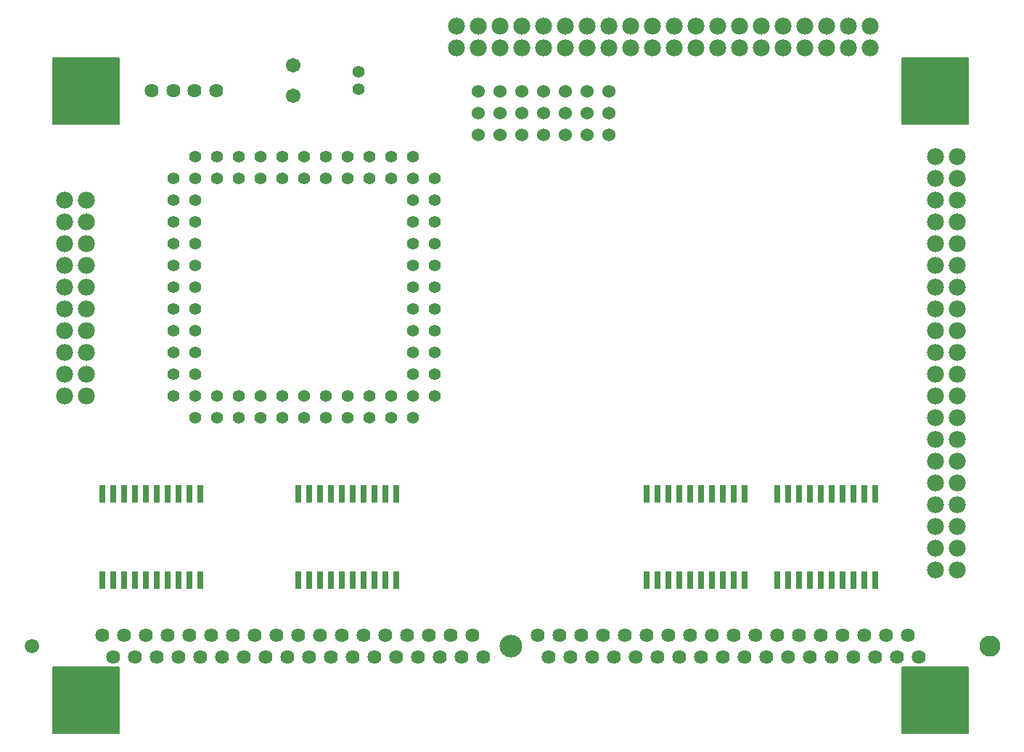
<source format=gbr>
G04 EAGLE Gerber RS-274X export*
G75*
%MOMM*%
%FSLAX34Y34*%
%LPD*%
%INSoldermask Top*%
%IPPOS*%
%AMOC8*
5,1,8,0,0,1.08239X$1,22.5*%
G01*
%ADD10C,1.981200*%
%ADD11C,1.701800*%
%ADD12C,1.625600*%
%ADD13C,2.463800*%
%ADD14C,1.676400*%
%ADD15C,2.641600*%
%ADD16C,1.422400*%
%ADD17R,0.762000X2.133600*%
%ADD18C,1.524000*%
%ADD19C,4.117600*%

G36*
X1066918Y633746D02*
X1066918Y633746D01*
X1067037Y633753D01*
X1067075Y633766D01*
X1067116Y633771D01*
X1067226Y633814D01*
X1067339Y633851D01*
X1067374Y633873D01*
X1067411Y633888D01*
X1067507Y633958D01*
X1067608Y634021D01*
X1067636Y634051D01*
X1067669Y634074D01*
X1067745Y634166D01*
X1067826Y634253D01*
X1067846Y634288D01*
X1067871Y634319D01*
X1067922Y634427D01*
X1067980Y634531D01*
X1067990Y634571D01*
X1068007Y634607D01*
X1068029Y634724D01*
X1068059Y634839D01*
X1068063Y634900D01*
X1068067Y634920D01*
X1068065Y634940D01*
X1068069Y635000D01*
X1068069Y711200D01*
X1068054Y711318D01*
X1068047Y711437D01*
X1068034Y711475D01*
X1068029Y711516D01*
X1067986Y711626D01*
X1067949Y711739D01*
X1067927Y711774D01*
X1067912Y711811D01*
X1067843Y711907D01*
X1067779Y712008D01*
X1067749Y712036D01*
X1067726Y712069D01*
X1067634Y712145D01*
X1067547Y712226D01*
X1067512Y712246D01*
X1067481Y712271D01*
X1067373Y712322D01*
X1067269Y712380D01*
X1067229Y712390D01*
X1067193Y712407D01*
X1067076Y712429D01*
X1066961Y712459D01*
X1066901Y712463D01*
X1066881Y712467D01*
X1066860Y712465D01*
X1066800Y712469D01*
X990600Y712469D01*
X990482Y712454D01*
X990363Y712447D01*
X990325Y712434D01*
X990284Y712429D01*
X990174Y712386D01*
X990061Y712349D01*
X990026Y712327D01*
X989989Y712312D01*
X989893Y712243D01*
X989792Y712179D01*
X989764Y712149D01*
X989731Y712126D01*
X989656Y712034D01*
X989574Y711947D01*
X989554Y711912D01*
X989529Y711881D01*
X989478Y711773D01*
X989420Y711669D01*
X989410Y711629D01*
X989393Y711593D01*
X989371Y711476D01*
X989341Y711361D01*
X989337Y711301D01*
X989333Y711281D01*
X989335Y711260D01*
X989331Y711200D01*
X989331Y635000D01*
X989346Y634882D01*
X989353Y634763D01*
X989366Y634725D01*
X989371Y634684D01*
X989414Y634574D01*
X989451Y634461D01*
X989473Y634426D01*
X989488Y634389D01*
X989558Y634293D01*
X989621Y634192D01*
X989651Y634164D01*
X989674Y634131D01*
X989766Y634056D01*
X989853Y633974D01*
X989888Y633954D01*
X989919Y633929D01*
X990027Y633878D01*
X990131Y633820D01*
X990171Y633810D01*
X990207Y633793D01*
X990324Y633771D01*
X990439Y633741D01*
X990500Y633737D01*
X990520Y633733D01*
X990540Y633735D01*
X990600Y633731D01*
X1066800Y633731D01*
X1066918Y633746D01*
G37*
G36*
X76318Y633746D02*
X76318Y633746D01*
X76437Y633753D01*
X76475Y633766D01*
X76516Y633771D01*
X76626Y633814D01*
X76739Y633851D01*
X76774Y633873D01*
X76811Y633888D01*
X76907Y633958D01*
X77008Y634021D01*
X77036Y634051D01*
X77069Y634074D01*
X77145Y634166D01*
X77226Y634253D01*
X77246Y634288D01*
X77271Y634319D01*
X77322Y634427D01*
X77380Y634531D01*
X77390Y634571D01*
X77407Y634607D01*
X77429Y634724D01*
X77459Y634839D01*
X77463Y634900D01*
X77467Y634920D01*
X77465Y634940D01*
X77469Y635000D01*
X77469Y711200D01*
X77454Y711318D01*
X77447Y711437D01*
X77434Y711475D01*
X77429Y711516D01*
X77386Y711626D01*
X77349Y711739D01*
X77327Y711774D01*
X77312Y711811D01*
X77243Y711907D01*
X77179Y712008D01*
X77149Y712036D01*
X77126Y712069D01*
X77034Y712145D01*
X76947Y712226D01*
X76912Y712246D01*
X76881Y712271D01*
X76773Y712322D01*
X76669Y712380D01*
X76629Y712390D01*
X76593Y712407D01*
X76476Y712429D01*
X76361Y712459D01*
X76301Y712463D01*
X76281Y712467D01*
X76260Y712465D01*
X76200Y712469D01*
X0Y712469D01*
X-118Y712454D01*
X-237Y712447D01*
X-275Y712434D01*
X-316Y712429D01*
X-426Y712386D01*
X-539Y712349D01*
X-574Y712327D01*
X-611Y712312D01*
X-707Y712243D01*
X-808Y712179D01*
X-836Y712149D01*
X-869Y712126D01*
X-945Y712034D01*
X-1026Y711947D01*
X-1046Y711912D01*
X-1071Y711881D01*
X-1122Y711773D01*
X-1180Y711669D01*
X-1190Y711629D01*
X-1207Y711593D01*
X-1229Y711476D01*
X-1259Y711361D01*
X-1263Y711301D01*
X-1267Y711281D01*
X-1265Y711260D01*
X-1269Y711200D01*
X-1269Y635000D01*
X-1254Y634882D01*
X-1247Y634763D01*
X-1234Y634725D01*
X-1229Y634684D01*
X-1186Y634574D01*
X-1149Y634461D01*
X-1127Y634426D01*
X-1112Y634389D01*
X-1043Y634293D01*
X-979Y634192D01*
X-949Y634164D01*
X-926Y634131D01*
X-834Y634056D01*
X-747Y633974D01*
X-712Y633954D01*
X-681Y633929D01*
X-573Y633878D01*
X-469Y633820D01*
X-429Y633810D01*
X-393Y633793D01*
X-276Y633771D01*
X-161Y633741D01*
X-101Y633737D01*
X-81Y633733D01*
X-60Y633735D01*
X0Y633731D01*
X76200Y633731D01*
X76318Y633746D01*
G37*
G36*
X76318Y-77454D02*
X76318Y-77454D01*
X76437Y-77447D01*
X76475Y-77434D01*
X76516Y-77429D01*
X76626Y-77386D01*
X76739Y-77349D01*
X76774Y-77327D01*
X76811Y-77312D01*
X76907Y-77243D01*
X77008Y-77179D01*
X77036Y-77149D01*
X77069Y-77126D01*
X77145Y-77034D01*
X77226Y-76947D01*
X77246Y-76912D01*
X77271Y-76881D01*
X77322Y-76773D01*
X77380Y-76669D01*
X77390Y-76629D01*
X77407Y-76593D01*
X77429Y-76476D01*
X77459Y-76361D01*
X77463Y-76301D01*
X77467Y-76281D01*
X77465Y-76260D01*
X77469Y-76200D01*
X77469Y0D01*
X77454Y118D01*
X77447Y237D01*
X77434Y275D01*
X77429Y316D01*
X77386Y426D01*
X77349Y539D01*
X77327Y574D01*
X77312Y611D01*
X77243Y707D01*
X77179Y808D01*
X77149Y836D01*
X77126Y869D01*
X77034Y945D01*
X76947Y1026D01*
X76912Y1046D01*
X76881Y1071D01*
X76773Y1122D01*
X76669Y1180D01*
X76629Y1190D01*
X76593Y1207D01*
X76476Y1229D01*
X76361Y1259D01*
X76301Y1263D01*
X76281Y1267D01*
X76260Y1265D01*
X76200Y1269D01*
X0Y1269D01*
X-118Y1254D01*
X-237Y1247D01*
X-275Y1234D01*
X-316Y1229D01*
X-426Y1186D01*
X-539Y1149D01*
X-574Y1127D01*
X-611Y1112D01*
X-707Y1043D01*
X-808Y979D01*
X-836Y949D01*
X-869Y926D01*
X-945Y834D01*
X-1026Y747D01*
X-1046Y712D01*
X-1071Y681D01*
X-1122Y573D01*
X-1180Y469D01*
X-1190Y429D01*
X-1207Y393D01*
X-1229Y276D01*
X-1259Y161D01*
X-1263Y101D01*
X-1267Y81D01*
X-1265Y60D01*
X-1269Y0D01*
X-1269Y-76200D01*
X-1254Y-76318D01*
X-1247Y-76437D01*
X-1234Y-76475D01*
X-1229Y-76516D01*
X-1186Y-76626D01*
X-1149Y-76739D01*
X-1127Y-76774D01*
X-1112Y-76811D01*
X-1043Y-76907D01*
X-979Y-77008D01*
X-949Y-77036D01*
X-926Y-77069D01*
X-834Y-77145D01*
X-747Y-77226D01*
X-712Y-77246D01*
X-681Y-77271D01*
X-573Y-77322D01*
X-469Y-77380D01*
X-429Y-77390D01*
X-393Y-77407D01*
X-276Y-77429D01*
X-161Y-77459D01*
X-101Y-77463D01*
X-81Y-77467D01*
X-60Y-77465D01*
X0Y-77469D01*
X76200Y-77469D01*
X76318Y-77454D01*
G37*
G36*
X1066918Y-77454D02*
X1066918Y-77454D01*
X1067037Y-77447D01*
X1067075Y-77434D01*
X1067116Y-77429D01*
X1067226Y-77386D01*
X1067339Y-77349D01*
X1067374Y-77327D01*
X1067411Y-77312D01*
X1067507Y-77243D01*
X1067608Y-77179D01*
X1067636Y-77149D01*
X1067669Y-77126D01*
X1067745Y-77034D01*
X1067826Y-76947D01*
X1067846Y-76912D01*
X1067871Y-76881D01*
X1067922Y-76773D01*
X1067980Y-76669D01*
X1067990Y-76629D01*
X1068007Y-76593D01*
X1068029Y-76476D01*
X1068059Y-76361D01*
X1068063Y-76301D01*
X1068067Y-76281D01*
X1068065Y-76260D01*
X1068069Y-76200D01*
X1068069Y0D01*
X1068054Y118D01*
X1068047Y237D01*
X1068034Y275D01*
X1068029Y316D01*
X1067986Y426D01*
X1067949Y539D01*
X1067927Y574D01*
X1067912Y611D01*
X1067843Y707D01*
X1067779Y808D01*
X1067749Y836D01*
X1067726Y869D01*
X1067634Y945D01*
X1067547Y1026D01*
X1067512Y1046D01*
X1067481Y1071D01*
X1067373Y1122D01*
X1067269Y1180D01*
X1067229Y1190D01*
X1067193Y1207D01*
X1067076Y1229D01*
X1066961Y1259D01*
X1066901Y1263D01*
X1066881Y1267D01*
X1066860Y1265D01*
X1066800Y1269D01*
X990600Y1269D01*
X990482Y1254D01*
X990363Y1247D01*
X990325Y1234D01*
X990284Y1229D01*
X990174Y1186D01*
X990061Y1149D01*
X990026Y1127D01*
X989989Y1112D01*
X989893Y1043D01*
X989792Y979D01*
X989764Y949D01*
X989731Y926D01*
X989656Y834D01*
X989574Y747D01*
X989554Y712D01*
X989529Y681D01*
X989478Y573D01*
X989420Y469D01*
X989410Y429D01*
X989393Y393D01*
X989371Y276D01*
X989341Y161D01*
X989337Y101D01*
X989333Y81D01*
X989335Y60D01*
X989331Y0D01*
X989331Y-76200D01*
X989346Y-76318D01*
X989353Y-76437D01*
X989366Y-76475D01*
X989371Y-76516D01*
X989414Y-76626D01*
X989451Y-76739D01*
X989473Y-76774D01*
X989488Y-76811D01*
X989558Y-76907D01*
X989621Y-77008D01*
X989651Y-77036D01*
X989674Y-77069D01*
X989766Y-77145D01*
X989853Y-77226D01*
X989888Y-77246D01*
X989919Y-77271D01*
X990027Y-77322D01*
X990131Y-77380D01*
X990171Y-77390D01*
X990207Y-77407D01*
X990324Y-77429D01*
X990439Y-77459D01*
X990500Y-77463D01*
X990520Y-77467D01*
X990540Y-77465D01*
X990600Y-77469D01*
X1066800Y-77469D01*
X1066918Y-77454D01*
G37*
D10*
X1054100Y114300D03*
X1028700Y114300D03*
X1054100Y139700D03*
X1028700Y139700D03*
X1054100Y165100D03*
X1028700Y165100D03*
X1054100Y190500D03*
X1028700Y190500D03*
X1054100Y215900D03*
X1028700Y215900D03*
X1054100Y241300D03*
X1028700Y241300D03*
X1054100Y266700D03*
X1028700Y266700D03*
X1054100Y292100D03*
X1028700Y292100D03*
X1054100Y317500D03*
X1028700Y317500D03*
X1054100Y342900D03*
X1028700Y342900D03*
X1054100Y368300D03*
X1028700Y368300D03*
X1054100Y393700D03*
X1028700Y393700D03*
X1054100Y419100D03*
X1028700Y419100D03*
X1054100Y444500D03*
X1028700Y444500D03*
X1054100Y469900D03*
X1028700Y469900D03*
X1054100Y495300D03*
X1028700Y495300D03*
X1054100Y520700D03*
X1028700Y520700D03*
X1054100Y546100D03*
X1028700Y546100D03*
X1054100Y571500D03*
X1028700Y571500D03*
X1054100Y596900D03*
X1028700Y596900D03*
D11*
X279400Y703580D03*
X279400Y668020D03*
D12*
X57150Y38100D03*
X69850Y12700D03*
X82550Y38100D03*
X95250Y12700D03*
X107950Y38100D03*
X120650Y12700D03*
X133350Y38100D03*
X146050Y12700D03*
X158750Y38100D03*
X171450Y12700D03*
X184150Y38100D03*
X196850Y12700D03*
X209550Y38100D03*
X222250Y12700D03*
X234950Y38100D03*
X247650Y12700D03*
X260350Y38100D03*
X273050Y12700D03*
X285750Y38100D03*
X298450Y12700D03*
X311150Y38100D03*
X323850Y12700D03*
X336550Y38100D03*
X349250Y12700D03*
X361950Y38100D03*
X374650Y12700D03*
X387350Y38100D03*
X400050Y12700D03*
X412750Y38100D03*
X425450Y12700D03*
X438150Y38100D03*
X450850Y12700D03*
X463550Y38100D03*
X476250Y12700D03*
X488950Y38100D03*
X501650Y12700D03*
X565150Y38100D03*
X577850Y12700D03*
X590550Y38100D03*
X603250Y12700D03*
X615950Y38100D03*
X628650Y12700D03*
X641350Y38100D03*
X654050Y12700D03*
X666750Y38100D03*
X679450Y12700D03*
X692150Y38100D03*
X704850Y12700D03*
X717550Y38100D03*
X730250Y12700D03*
X742950Y38100D03*
X755650Y12700D03*
X768350Y38100D03*
X781050Y12700D03*
X793750Y38100D03*
X806450Y12700D03*
X819150Y38100D03*
X831850Y12700D03*
X844550Y38100D03*
X857250Y12700D03*
X869950Y38100D03*
X882650Y12700D03*
X895350Y38100D03*
X908050Y12700D03*
X920750Y38100D03*
X933450Y12700D03*
X946150Y38100D03*
X958850Y12700D03*
X971550Y38100D03*
X984250Y12700D03*
X996950Y38100D03*
X1009650Y12700D03*
D13*
X1092200Y25400D03*
D14*
X-25400Y25400D03*
D15*
X533400Y25400D03*
D10*
X38100Y317500D03*
X12700Y317500D03*
X38100Y342900D03*
X12700Y342900D03*
X38100Y368300D03*
X12700Y368300D03*
X38100Y393700D03*
X12700Y393700D03*
X38100Y419100D03*
X12700Y419100D03*
X38100Y444500D03*
X12700Y444500D03*
X38100Y469900D03*
X12700Y469900D03*
X38100Y495300D03*
X12700Y495300D03*
X38100Y520700D03*
X12700Y520700D03*
X38100Y546100D03*
X12700Y546100D03*
X952500Y749300D03*
X952500Y723900D03*
X927100Y749300D03*
X927100Y723900D03*
X901700Y749300D03*
X901700Y723900D03*
X876300Y749300D03*
X876300Y723900D03*
X850900Y749300D03*
X850900Y723900D03*
X825500Y749300D03*
X825500Y723900D03*
X800100Y749300D03*
X800100Y723900D03*
X774700Y749300D03*
X774700Y723900D03*
X749300Y749300D03*
X749300Y723900D03*
X723900Y749300D03*
X723900Y723900D03*
X698500Y749300D03*
X698500Y723900D03*
X673100Y749300D03*
X673100Y723900D03*
X647700Y749300D03*
X647700Y723900D03*
X622300Y749300D03*
X622300Y723900D03*
X596900Y749300D03*
X596900Y723900D03*
X571500Y749300D03*
X571500Y723900D03*
X546100Y749300D03*
X546100Y723900D03*
X520700Y749300D03*
X520700Y723900D03*
X495300Y749300D03*
X495300Y723900D03*
X469900Y749300D03*
X469900Y723900D03*
D16*
X292100Y596900D03*
X292100Y571500D03*
X266700Y596900D03*
X266700Y571500D03*
X241300Y596900D03*
X241300Y571500D03*
X215900Y596900D03*
X215900Y571500D03*
X190500Y596900D03*
X190500Y571500D03*
X165100Y596900D03*
X139700Y571500D03*
X165100Y571500D03*
X139700Y546100D03*
X165100Y546100D03*
X139700Y520700D03*
X165100Y520700D03*
X139700Y495300D03*
X165100Y495300D03*
X139700Y469900D03*
X165100Y469900D03*
X139700Y444500D03*
X165100Y444500D03*
X139700Y419100D03*
X165100Y419100D03*
X139700Y393700D03*
X165100Y393700D03*
X139700Y368300D03*
X165100Y368300D03*
X139700Y342900D03*
X139700Y317500D03*
X165100Y342900D03*
X165100Y292100D03*
X165100Y317500D03*
X190500Y317500D03*
X190500Y292100D03*
X215900Y317500D03*
X215900Y292100D03*
X241300Y317500D03*
X241300Y292100D03*
X266700Y292100D03*
X266700Y317500D03*
X292100Y292100D03*
X292100Y317500D03*
X317500Y292100D03*
X317500Y317500D03*
X342900Y292100D03*
X342900Y317500D03*
X368300Y317500D03*
X368300Y292100D03*
X393700Y317500D03*
X393700Y292100D03*
X419100Y292100D03*
X419100Y571500D03*
X444500Y571500D03*
X419100Y546100D03*
X444500Y546100D03*
X419100Y520700D03*
X444500Y520700D03*
X419100Y495300D03*
X444500Y495300D03*
X419100Y469900D03*
X444500Y469900D03*
X419100Y444500D03*
X444500Y444500D03*
X419100Y419100D03*
X444500Y419100D03*
X419100Y393700D03*
X444500Y393700D03*
X419100Y368300D03*
X444500Y368300D03*
X419100Y342900D03*
X419100Y317500D03*
X444500Y342900D03*
X444500Y317500D03*
X342900Y571500D03*
X342900Y596900D03*
X368300Y571500D03*
X368300Y596900D03*
X393700Y571500D03*
X393700Y596900D03*
X419100Y596900D03*
X317500Y596900D03*
X317500Y571500D03*
D12*
X139900Y674100D03*
X114900Y674100D03*
X164900Y674100D03*
X189900Y674100D03*
D17*
X57150Y102108D03*
X69850Y102108D03*
X82550Y102108D03*
X95250Y102108D03*
X107950Y102108D03*
X120650Y102108D03*
X133350Y102108D03*
X146050Y102108D03*
X146050Y202692D03*
X133350Y202692D03*
X120650Y202692D03*
X107950Y202692D03*
X95250Y202692D03*
X82550Y202692D03*
X69850Y202692D03*
X57150Y202692D03*
X158750Y102108D03*
X171450Y102108D03*
X158750Y202692D03*
X171450Y202692D03*
X285750Y102108D03*
X298450Y102108D03*
X311150Y102108D03*
X323850Y102108D03*
X336550Y102108D03*
X349250Y102108D03*
X361950Y102108D03*
X374650Y102108D03*
X374650Y202692D03*
X361950Y202692D03*
X349250Y202692D03*
X336550Y202692D03*
X323850Y202692D03*
X311150Y202692D03*
X298450Y202692D03*
X285750Y202692D03*
X387350Y102108D03*
X400050Y102108D03*
X387350Y202692D03*
X400050Y202692D03*
X692150Y102108D03*
X704850Y102108D03*
X717550Y102108D03*
X730250Y102108D03*
X742950Y102108D03*
X755650Y102108D03*
X768350Y102108D03*
X781050Y102108D03*
X781050Y202692D03*
X768350Y202692D03*
X755650Y202692D03*
X742950Y202692D03*
X730250Y202692D03*
X717550Y202692D03*
X704850Y202692D03*
X692150Y202692D03*
X793750Y102108D03*
X806450Y102108D03*
X793750Y202692D03*
X806450Y202692D03*
X844550Y102108D03*
X857250Y102108D03*
X869950Y102108D03*
X882650Y102108D03*
X895350Y102108D03*
X908050Y102108D03*
X920750Y102108D03*
X933450Y102108D03*
X933450Y202692D03*
X920750Y202692D03*
X908050Y202692D03*
X895350Y202692D03*
X882650Y202692D03*
X869950Y202692D03*
X857250Y202692D03*
X844550Y202692D03*
X946150Y102108D03*
X958850Y102108D03*
X946150Y202692D03*
X958850Y202692D03*
D16*
X355600Y695960D03*
X355600Y675640D03*
D18*
X647700Y622300D03*
X647700Y647700D03*
X647700Y673100D03*
X622300Y622300D03*
X622300Y647700D03*
X622300Y673100D03*
X495300Y622300D03*
X495300Y647700D03*
X495300Y673100D03*
X546100Y622300D03*
X546100Y647700D03*
X546100Y673100D03*
X520700Y622300D03*
X520700Y647700D03*
X520700Y673100D03*
X571500Y622300D03*
X571500Y647700D03*
X571500Y673100D03*
X596900Y622300D03*
X596900Y647700D03*
X596900Y673100D03*
D19*
X38100Y-38100D03*
X38100Y673100D03*
X1028700Y673100D03*
X1028700Y-38100D03*
M02*

</source>
